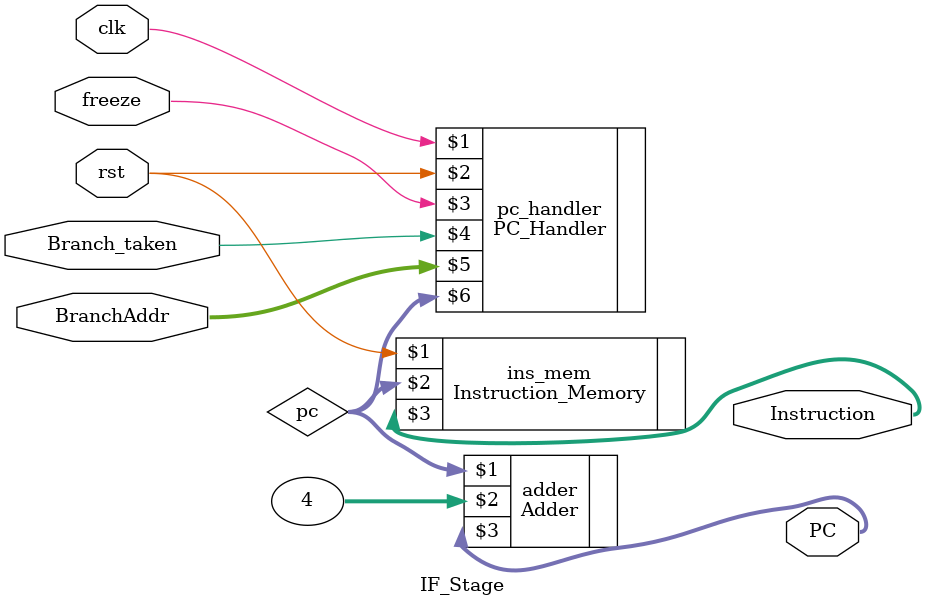
<source format=v>
module IF_Stage(input clk,rst,freeze,Branch_taken,
                input [31:0] BranchAddr,
                output [31:0] PC,Instruction);
  
  wire [31:0] pc;
  
  Instruction_Memory ins_mem(rst, pc, Instruction);
  PC_Handler pc_handler(clk,rst,freeze,Branch_taken,BranchAddr,pc);
  Adder #(32) adder(pc,32'd4,PC);

endmodule
</source>
